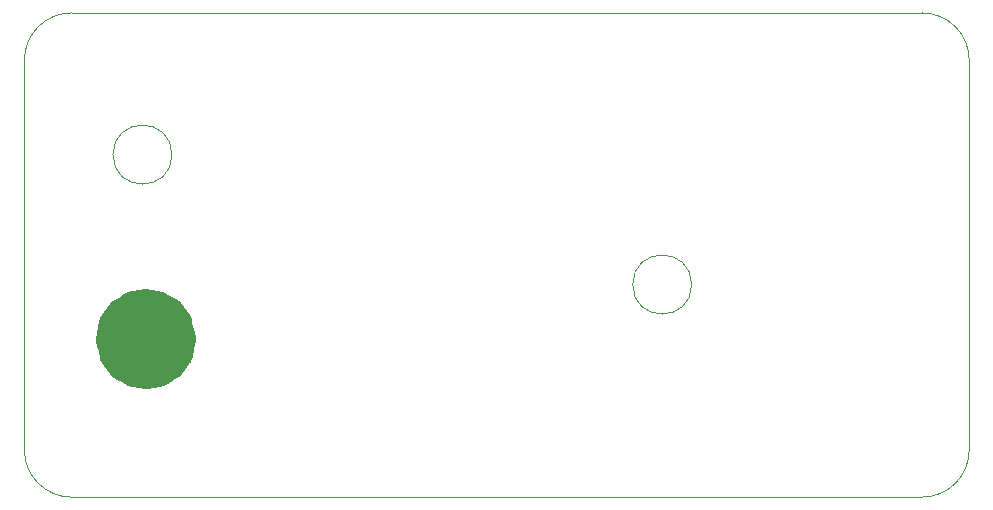
<source format=gbr>
%TF.GenerationSoftware,KiCad,Pcbnew,7.0.2*%
%TF.CreationDate,2023-05-16T00:09:37+02:00*%
%TF.ProjectId,PRO_MCU,50524f5f-4d43-4552-9e6b-696361645f70,rev?*%
%TF.SameCoordinates,Original*%
%TF.FileFunction,Profile,NP*%
%FSLAX45Y45*%
G04 Gerber Fmt 4.5, Leading zero omitted, Abs format (unit mm)*
G04 Created by KiCad (PCBNEW 7.0.2) date 2023-05-16 00:09:37*
%MOMM*%
%LPD*%
G01*
G04 APERTURE LIST*
%TA.AperFunction,Profile*%
%ADD10C,0.120000*%
%TD*%
%TA.AperFunction,Profile*%
%ADD11C,4.250000*%
%TD*%
G04 APERTURE END LIST*
D10*
%TO.C,Logo*%
X-38290000Y-12749000D02*
X-38290000Y-9449000D01*
X-37890000Y-9049000D02*
X-30690000Y-9049000D01*
X-30690000Y-13149000D02*
X-37890000Y-13149000D01*
X-30290000Y-9449000D02*
X-30290000Y-12749000D01*
X-37890000Y-9049000D02*
G75*
G03*
X-38290000Y-9449000I0J-400000D01*
G01*
X-38290000Y-12749000D02*
G75*
G03*
X-37890000Y-13149000I400000J0D01*
G01*
X-30290000Y-9449000D02*
G75*
G03*
X-30690000Y-9049000I-400000J0D01*
G01*
X-30690000Y-13149000D02*
G75*
G03*
X-30290000Y-12749000I0J400000D01*
G01*
X-37040000Y-10249000D02*
G75*
G03*
X-37040000Y-10249000I-250000J0D01*
G01*
X-32640000Y-11349000D02*
G75*
G03*
X-32640000Y-11349000I-250000J0D01*
G01*
%TO.C,U3*%
D11*
X-37048500Y-11811000D02*
G75*
G03*
X-37048500Y-11811000I-212500J0D01*
G01*
%TD*%
M02*

</source>
